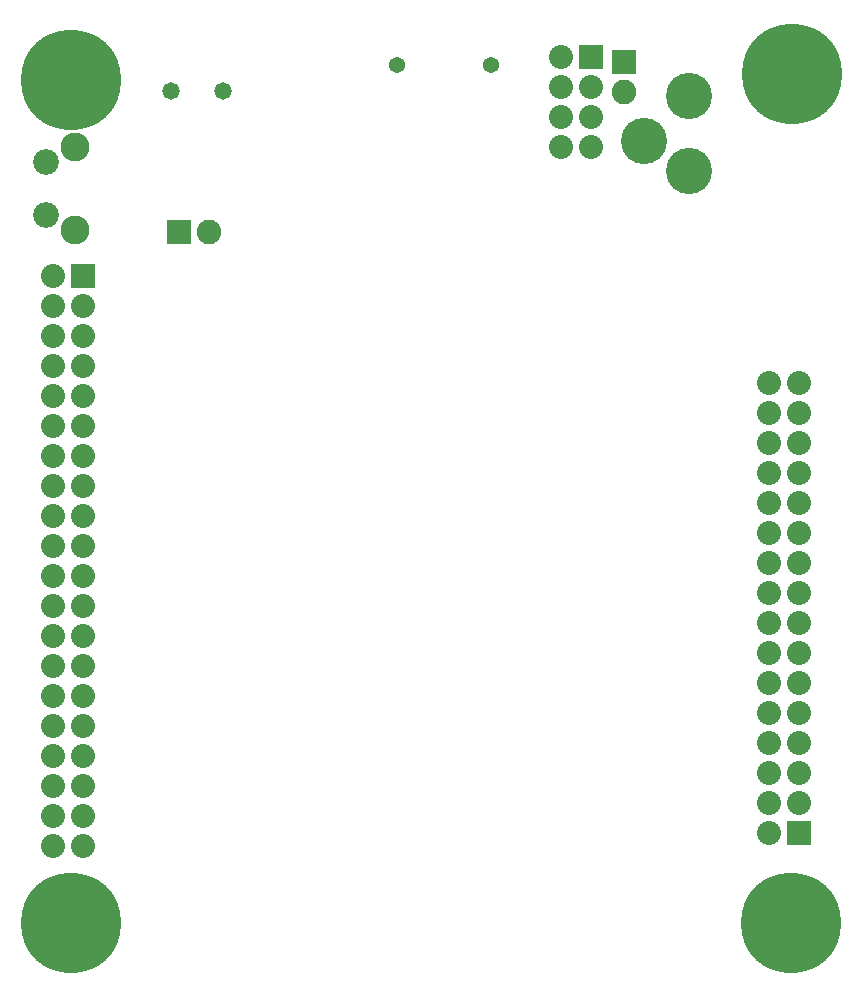
<source format=gbs>
G04 (created by PCBNEW-RS274X (2011-03-30 BZR 2932)-stable) date 25/05/2011 08:23:30*
G01*
G70*
G90*
%MOIN*%
G04 Gerber Fmt 3.4, Leading zero omitted, Abs format*
%FSLAX34Y34*%
G04 APERTURE LIST*
%ADD10C,0.006000*%
%ADD11R,0.080000X0.080000*%
%ADD12C,0.080000*%
%ADD13R,0.082000X0.082000*%
%ADD14C,0.082000*%
%ADD15C,0.334000*%
%ADD16C,0.054000*%
%ADD17C,0.058000*%
%ADD18C,0.154000*%
%ADD19C,0.086000*%
%ADD20C,0.096000*%
G04 APERTURE END LIST*
G54D10*
G54D11*
X86760Y-70280D03*
G54D12*
X85760Y-70280D03*
X86760Y-65280D03*
X85760Y-69280D03*
X86760Y-64280D03*
X85760Y-68280D03*
X86760Y-63280D03*
X85760Y-67280D03*
X86760Y-62280D03*
X85760Y-66280D03*
X86760Y-61280D03*
X85760Y-65280D03*
X86760Y-60280D03*
X85760Y-64280D03*
X86760Y-59280D03*
X85760Y-63280D03*
X86760Y-58280D03*
X85760Y-62280D03*
X86760Y-57280D03*
X85760Y-61280D03*
X86760Y-56280D03*
X85760Y-60280D03*
X86760Y-55280D03*
X85760Y-59280D03*
X85760Y-58280D03*
X85760Y-57280D03*
X85760Y-55280D03*
X86760Y-69280D03*
X86760Y-68280D03*
X86760Y-67280D03*
X86760Y-66280D03*
X85760Y-56280D03*
G54D11*
X79830Y-44400D03*
G54D12*
X78830Y-44400D03*
X79830Y-45400D03*
X78830Y-45400D03*
X79830Y-46400D03*
X78830Y-46400D03*
X79830Y-47400D03*
X78830Y-47400D03*
G54D13*
X80930Y-44590D03*
G54D14*
X80930Y-45590D03*
G54D11*
X62902Y-51701D03*
G54D12*
X61902Y-51701D03*
X62902Y-56701D03*
X61902Y-52701D03*
X62902Y-57701D03*
X61902Y-53701D03*
X62902Y-58701D03*
X61902Y-54701D03*
X62902Y-59701D03*
X61902Y-55701D03*
X62902Y-60701D03*
X61902Y-56701D03*
X62902Y-61701D03*
X61902Y-57701D03*
X62902Y-62701D03*
X61902Y-58701D03*
X62902Y-63701D03*
X61902Y-59701D03*
X62902Y-64701D03*
X61902Y-60701D03*
X62902Y-65701D03*
X61902Y-61701D03*
X62902Y-66701D03*
X61902Y-62701D03*
X61902Y-63701D03*
X62902Y-67701D03*
X61902Y-64701D03*
X61902Y-66701D03*
X61902Y-67701D03*
X61902Y-68701D03*
X61902Y-69701D03*
X62902Y-68701D03*
X62902Y-69701D03*
X62902Y-52701D03*
X62902Y-53701D03*
X62902Y-54701D03*
X62902Y-55701D03*
X62902Y-70701D03*
X61902Y-70701D03*
X61902Y-65701D03*
G54D15*
X62479Y-73281D03*
X62489Y-45189D03*
X86531Y-44979D03*
X86491Y-73281D03*
G54D16*
X76500Y-44690D03*
X73350Y-44690D03*
G54D17*
X67550Y-45530D03*
X65820Y-45530D03*
G54D13*
X66100Y-50250D03*
G54D14*
X67100Y-50250D03*
G54D18*
X83080Y-45720D03*
X83080Y-48220D03*
X81580Y-47220D03*
G54D19*
X61654Y-47913D03*
X61654Y-49683D03*
G54D20*
X62634Y-47413D03*
X62634Y-50173D03*
M02*

</source>
